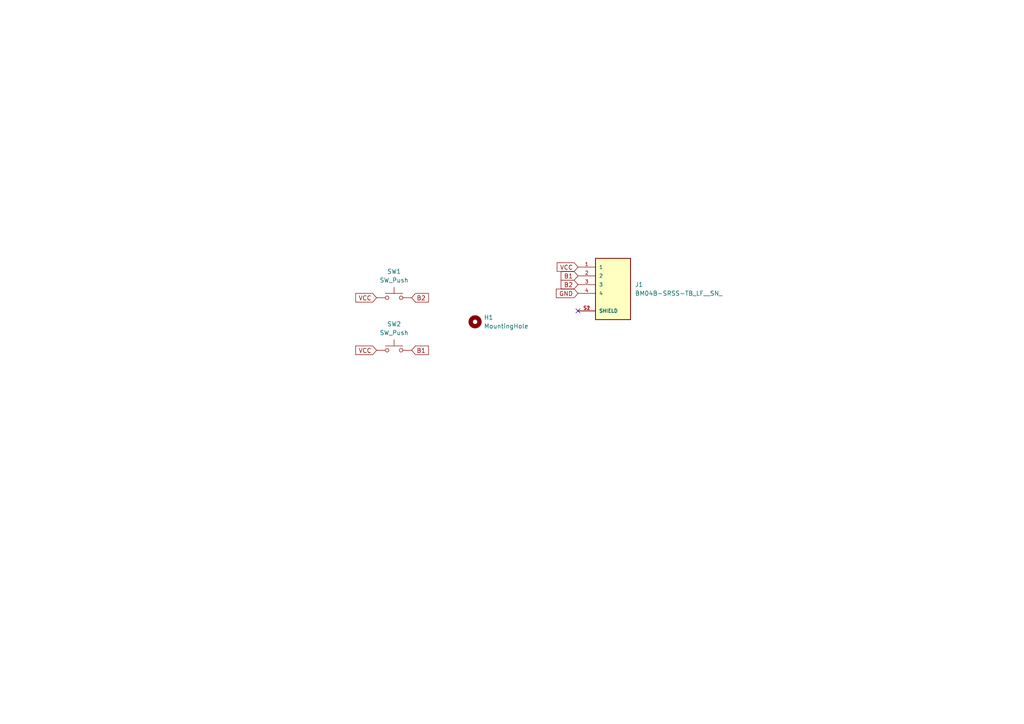
<source format=kicad_sch>
(kicad_sch (version 20250114) (generator "eeschema") (generator_version "9.0")
  (paper "A4")
  (title_block (title "<<ID>>_<<project_name>>") (date "<<date>>") (rev "<<version>>") (comment 4 "<<hash>>"))
  (lib_symbols
    (symbol "Mechanical:MountingHole" (pin_names (offset 1.016))
      (property "Reference" "H" (at 0 5.08 0))
      (property "Value" "MountingHole" (at 0 3.175 0))
      (symbol "MountingHole_0_1"
        (circle (center 0 0) (radius 1.27) (stroke (width 1.27)))
      )
    )
    (symbol "Snapeda:BM04B-SRSS-TB_LF__SN_" (pin_names (offset 1.016))
      (property "Reference" "J" (at -5.08 10.922 0))
      (property "Value" "BM04B-SRSS-TB_LF__SN_" (at -5.08 -10.16 0))
      (symbol "BM04B-SRSS-TB_LF__SN__0_0"
        (rectangle (start -5.08 -7.62) (end 5.08 10.16) (stroke (width 0.254)) (fill (type background)))
        (pin passive line (at -10.16 7.62 0) (length 5.08) (name "1") (number "1"))
        (pin passive line (at -10.16 5.08 0) (length 5.08) (name "2") (number "2"))
        (pin passive line (at -10.16 2.54 0) (length 5.08) (name "3") (number "3"))
        (pin passive line (at -10.16 0 0) (length 5.08) (name "4") (number "4"))
        (pin passive line (at -10.16 -5.08 0) (length 5.08) (name "SHIELD") (number "S1"))
        (pin passive line (at -10.16 -5.08 0) (length 5.08) (name "SHIELD") (number "S2"))
      )
    )
    (symbol "Switch:SW_Push" (pin_numbers (hide yes)) (pin_names (offset 1.016) (hide yes))
      (property "Reference" "SW" (at 1.27 2.54 0))
      (property "Value" "SW_Push" (at 0 -1.524 0))
      (symbol "SW_Push_0_1"
        (circle (center -2.032 0) (radius 0.508))
        (polyline (pts (xy 0 1.27) (xy 0 3.048)))
        (circle (center 2.032 0) (radius 0.508))
        (polyline (pts (xy 2.54 1.27) (xy -2.54 1.27)))
        (pin passive line (at -5.08 0 0) (length 2.54) (name "1") (number "1"))
        (pin passive line (at 5.08 0 180) (length 2.54) (name "2") (number "2"))
      )
    )
  )
  (no_connect (at 167.64 90.17))
  (global_label "VCC" (shape input) (at 109.22 86.36 180) (property "Intersheetrefs" "${INTERSHEET_REFS}" (effects (hide yes))) (property "Referenzen zwischen Schaltplänen" "${INTERSHEET_REFS}" (effects (hide yes))))
  (global_label "VCC" (shape input) (at 167.64 77.47 180) (property "Intersheetrefs" "${INTERSHEET_REFS}" (effects (hide yes))) (property "Referenzen zwischen Schaltplänen" "${INTERSHEET_REFS}" (effects (hide yes))))
  (global_label "GND" (shape input) (at 167.64 85.09 180) (property "Intersheetrefs" "${INTERSHEET_REFS}" (effects (hide yes))) (property "Referenzen zwischen Schaltplänen" "${INTERSHEET_REFS}" (effects (hide yes))))
  (global_label "VCC" (shape input) (at 109.22 101.6 180) (property "Intersheetrefs" "${INTERSHEET_REFS}" (effects (hide yes))) (property "Referenzen zwischen Schaltplänen" "${INTERSHEET_REFS}" (effects (hide yes))))
  (global_label "B1" (shape input) (at 119.38 101.6 0) (property "Intersheetrefs" "${INTERSHEET_REFS}" (effects (hide yes))) (property "Referenzen zwischen Schaltplänen" "${INTERSHEET_REFS}" (effects (hide yes))))
  (global_label "B2" (shape input) (at 167.64 82.55 180) (property "Intersheetrefs" "${INTERSHEET_REFS}" (effects (hide yes))) (property "Referenzen zwischen Schaltplänen" "${INTERSHEET_REFS}" (effects (hide yes))))
  (global_label "B1" (shape input) (at 167.64 80.01 180) (property "Intersheetrefs" "${INTERSHEET_REFS}" (effects (hide yes))) (property "Referenzen zwischen Schaltplänen" "${INTERSHEET_REFS}" (effects (hide yes))))
  (global_label "B2" (shape input) (at 119.38 86.36 0) (property "Intersheetrefs" "${INTERSHEET_REFS}" (effects (hide yes))) (property "Referenzen zwischen Schaltplänen" "${INTERSHEET_REFS}" (effects (hide yes))))
  (symbol (lib_id "Snapeda:BM04B-SRSS-TB_LF__SN_") (at 177.8 85.09 0) (unit 1)
    (property "Reference" "J1" (at 184.15 82.5499 0) (effects (justify left)))
    (property "Value" "BM04B-SRSS-TB_LF__SN_" (at 184.15 85.0899 0) (effects (justify left)))
    (property "Footprint" "Snapeda:BM04B-SRSS-TB_LF__SN__JST_BM04B-SRSS-TB_LF__SN_" (effects (hide yes)))
    (property "MF" "JST Sales" (effects (hide yes)))
    (property "MAXIMUM_PACKAGE_HEIGHT" "6.3 mm" (effects (hide yes)))
    (property "Package" "None" (effects (hide yes)))
    (property "Price" "None" (effects (hide yes)))
    (property "Check_prices" "https://www.snapeda.com/parts/BM04B-SRSS-TB(LF)(SN)/JST+Sales+America+Inc./view-part/?ref=eda" (effects (hide yes)))
    (property "STANDARD" "Manufacturer Recommendations" (effects (hide yes)))
    (property "PARTREV" "N/A" (effects (hide yes)))
    (property "SnapEDA_Link" "https://www.snapeda.com/parts/BM04B-SRSS-TB(LF)(SN)/JST+Sales+America+Inc./view-part/?ref=snap" (effects (hide yes)))
    (property "MP" "BM04B-SRSS-TB(LF)(SN)" (effects (hide yes)))
    (property "Description" "\n                        \n                            Connector Header Surface Mount 4 position 0.039 (1.00mm)\n                        \n" (effects (hide yes)))
    (property "MANUFACTURER" "JST Sales America Inc." (effects (hide yes)))
    (property "Availability" "In Stock" (effects (hide yes)))
    (property "SNAPEDA_PN" "BM04B-SRSS-TB(LF)(SN)" (effects (hide yes)))
  )
  (symbol (lib_id "Switch:SW_Push") (at 114.3 86.36 0) (unit 1)
    (property "Reference" "SW1" (at 114.3 78.74 0))
    (property "Value" "SW_Push" (at 114.3 81.28 0))
    (property "Footprint" "Snapeda:B3F-4055_SW_B3F-4055" (effects (hide yes)))
  )
  (symbol (lib_id "Mechanical:MountingHole") (at 137.795 93.345 0) (unit 1)
    (property "Reference" "H1" (at 140.335 92.0749 0) (effects (justify left)))
    (property "Value" "MountingHole" (at 140.335 94.6149 0) (effects (justify left)))
    (property "Footprint" "MountingHole:MountingHole_2.7mm_M2.5_ISO7380_Pad" (effects (hide yes)))
  )
  (symbol (lib_id "Switch:SW_Push") (at 114.3 101.6 0) (unit 1)
    (property "Reference" "SW2" (at 114.3 93.98 0))
    (property "Value" "SW_Push" (at 114.3 96.52 0))
    (property "Footprint" "Snapeda:B3F-4055_SW_B3F-4055" (effects (hide yes)))
  )
)
</source>
